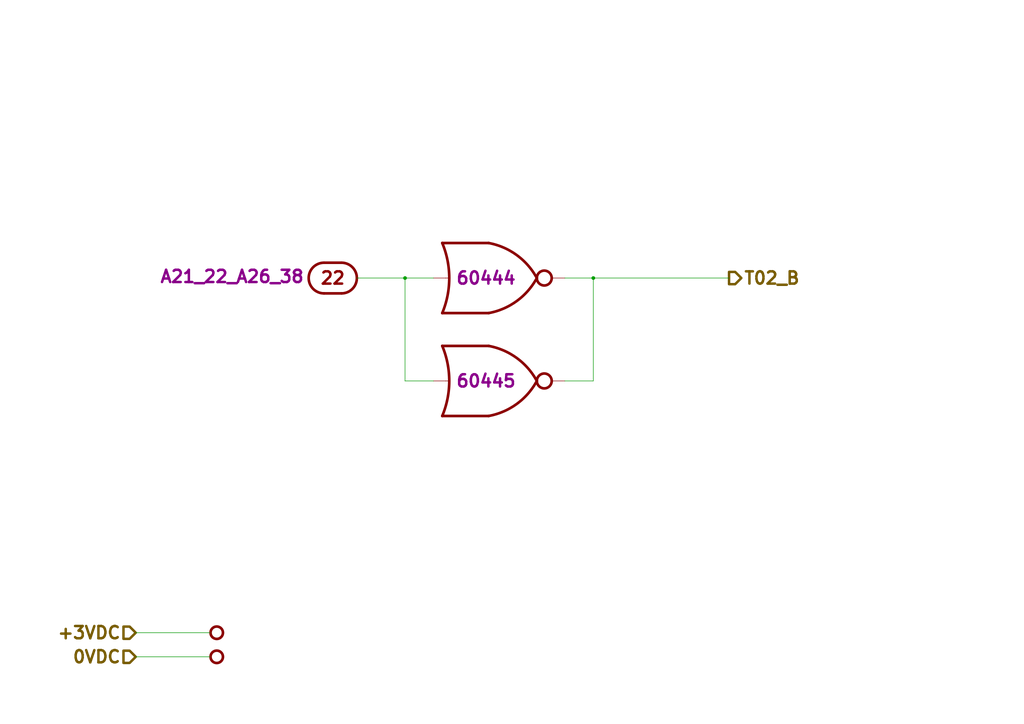
<source format=kicad_sch>
(kicad_sch (version 20211123) (generator eeschema)
  (paper "A4")
  (title_block (title "BLOCK I LOGIC FLOW S, MODULE A21, DRAWING 1006556") (date "2018-11-25") (rev "Draft") (comment 1 "Modules A21"))
  (junction (at 172.085 80.645))
  (junction (at 117.475 80.645))
  (wire (pts (xy 125.73 80.645) (xy 117.475 80.645)))
  (wire (pts (xy 172.085 80.645) (xy 211.455 80.645)))
  (wire (pts (xy 117.475 80.645) (xy 103.505 80.645)))
  (wire (pts (xy 39.37 183.515) (xy 60.96 183.515)))
  (wire (pts (xy 39.37 190.5) (xy 60.96 190.5)))
  (wire (pts (xy 172.085 110.49) (xy 172.085 80.645)))
  (wire (pts (xy 163.83 110.49) (xy 172.085 110.49)))
  (wire (pts (xy 117.475 80.645) (xy 117.475 110.49)))
  (wire (pts (xy 172.085 80.645) (xy 163.83 80.645)))
  (wire (pts (xy 117.475 110.49) (xy 125.73 110.49)))
  (hierarchical_label "T02_B" (shape output) (at 211.455 80.645 0) (effects (font (size 3.556 3.556) (thickness 0.7112) bold)))
  (hierarchical_label "+3VDC" (shape input) (at 39.37 183.515 180) (effects (font (size 3.556 3.556) (thickness 0.7112) bold)))
  (hierarchical_label "0VDC" (shape input) (at 39.37 190.5 180) (effects (font (size 3.556 3.556) (thickness 0.7112) bold)))
  (symbol (lib_id "D3NOR-+3VDC-0VDC-nd1021041:D3NOR-+3VDC-0VDC-nd1021041-_3_-___") (at 140.97 110.49 0) (mirror x) (unit 1)
    (property "Reference" "U802" (effects hide))
    (property "Value" "D3NOR-+3VDC-0VDC-nd1021041-_3_-___" (effects hide))
    (property "Location" "60445" (at 140.97 110.49 0) (effects (font (size 3.556 3.556) bold)))
  )
  (symbol (lib_id "D3NOR-+3VDC-0VDC-nd1021041:D3NOR-+3VDC-0VDC-nd1021041-_3_-___") (at 140.97 80.645 0) (mirror x) (unit 1)
    (property "Reference" "U801" (effects hide))
    (property "Value" "D3NOR-+3VDC-0VDC-nd1021041-_3_-___" (effects hide))
    (property "Location" "60444" (at 140.97 80.645 0) (effects (font (size 3.556 3.556) bold)))
  )
  (symbol (lib_id "AGC_DSKY:ConnectorGeneric") (at 96.52 80.645 0) (unit 22)
    (property "Reference" "J1" (effects hide))
    (property "Value" "ConnectorGeneric" (effects hide))
    (property "Caption" "A21_22_A26_38" (at 67.31 82.55 0) (effects (font (size 3.556 3.556) bold) (justify bottom)))
  )
  (symbol (lib_id "AGC_DSKY:Node2") (at 62.865 183.515 180) (unit 1)
    (property "Reference" "N801" (effects hide))
    (property "Value" "Node2" (effects hide))
    (property "Caption" "+3VDC" (effects hide))
  )
  (symbol (lib_id "AGC_DSKY:Node2") (at 62.865 190.5 180) (unit 1)
    (property "Reference" "N802" (effects hide))
    (property "Value" "Node2" (effects hide))
    (property "Caption" "0VDC" (effects hide))
  )
)
</source>
